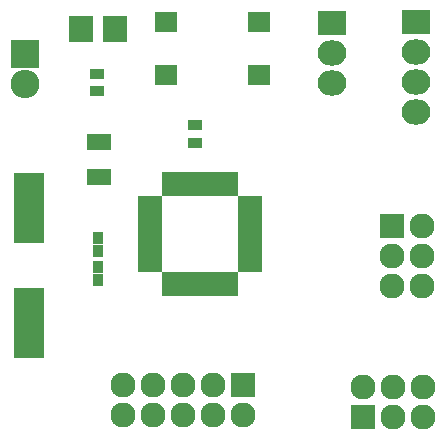
<source format=gts>
G04 #@! TF.FileFunction,Soldermask,Top*
%FSLAX46Y46*%
G04 Gerber Fmt 4.6, Leading zero omitted, Abs format (unit mm)*
G04 Created by KiCad (PCBNEW 4.0.4-stable) date 11/04/16 17:13:28*
%MOMM*%
%LPD*%
G01*
G04 APERTURE LIST*
%ADD10C,0.100000*%
%ADD11R,2.000000X1.400000*%
%ADD12R,0.900000X1.000000*%
%ADD13R,1.997660X2.200860*%
%ADD14R,2.000000X0.950000*%
%ADD15R,0.950000X2.000000*%
%ADD16R,2.127200X2.127200*%
%ADD17O,2.127200X2.127200*%
%ADD18R,2.432000X2.127200*%
%ADD19O,2.432000X2.127200*%
%ADD20R,2.432000X2.432000*%
%ADD21O,2.432000X2.432000*%
%ADD22R,1.300000X0.900000*%
%ADD23R,1.950000X1.700000*%
%ADD24R,2.500580X6.000700*%
G04 APERTURE END LIST*
D10*
D11*
X116078000Y-81875500D03*
X116078000Y-84875500D03*
D12*
X116014500Y-90001000D03*
X116014500Y-91101000D03*
X116014500Y-93577500D03*
X116014500Y-92477500D03*
D13*
X114531140Y-72326500D03*
X117370860Y-72326500D03*
D14*
X120337000Y-86862000D03*
X120337000Y-87662000D03*
X120337000Y-88462000D03*
X120337000Y-89262000D03*
X120337000Y-90062000D03*
X120337000Y-90862000D03*
X120337000Y-91662000D03*
X120337000Y-92462000D03*
D15*
X121787000Y-93912000D03*
X122587000Y-93912000D03*
X123387000Y-93912000D03*
X124187000Y-93912000D03*
X124987000Y-93912000D03*
X125787000Y-93912000D03*
X126587000Y-93912000D03*
X127387000Y-93912000D03*
D14*
X128837000Y-92462000D03*
X128837000Y-91662000D03*
X128837000Y-90862000D03*
X128837000Y-90062000D03*
X128837000Y-89262000D03*
X128837000Y-88462000D03*
X128837000Y-87662000D03*
X128837000Y-86862000D03*
D15*
X127387000Y-85412000D03*
X126587000Y-85412000D03*
X125787000Y-85412000D03*
X124987000Y-85412000D03*
X124187000Y-85412000D03*
X123387000Y-85412000D03*
X122587000Y-85412000D03*
X121787000Y-85412000D03*
D16*
X138430000Y-105156000D03*
D17*
X138430000Y-102616000D03*
X140970000Y-105156000D03*
X140970000Y-102616000D03*
X143510000Y-105156000D03*
X143510000Y-102616000D03*
D18*
X135826500Y-71818500D03*
D19*
X135826500Y-74358500D03*
X135826500Y-76898500D03*
D18*
X142938500Y-71755000D03*
D19*
X142938500Y-74295000D03*
X142938500Y-76835000D03*
X142938500Y-79375000D03*
D16*
X128270000Y-102425500D03*
D17*
X128270000Y-104965500D03*
X125730000Y-102425500D03*
X125730000Y-104965500D03*
X123190000Y-102425500D03*
X123190000Y-104965500D03*
X120650000Y-102425500D03*
X120650000Y-104965500D03*
X118110000Y-102425500D03*
X118110000Y-104965500D03*
D16*
X140843000Y-88963500D03*
D17*
X143383000Y-88963500D03*
X140843000Y-91503500D03*
X143383000Y-91503500D03*
X140843000Y-94043500D03*
X143383000Y-94043500D03*
D20*
X109791500Y-74422000D03*
D21*
X109791500Y-76962000D03*
D22*
X115887500Y-77585000D03*
X115887500Y-76085000D03*
X124206000Y-80466500D03*
X124206000Y-81966500D03*
D23*
X129641500Y-76227500D03*
X121691500Y-76227500D03*
X129641500Y-71727500D03*
X121691500Y-71727500D03*
D24*
X110109000Y-97177860D03*
X110109000Y-87480140D03*
M02*

</source>
